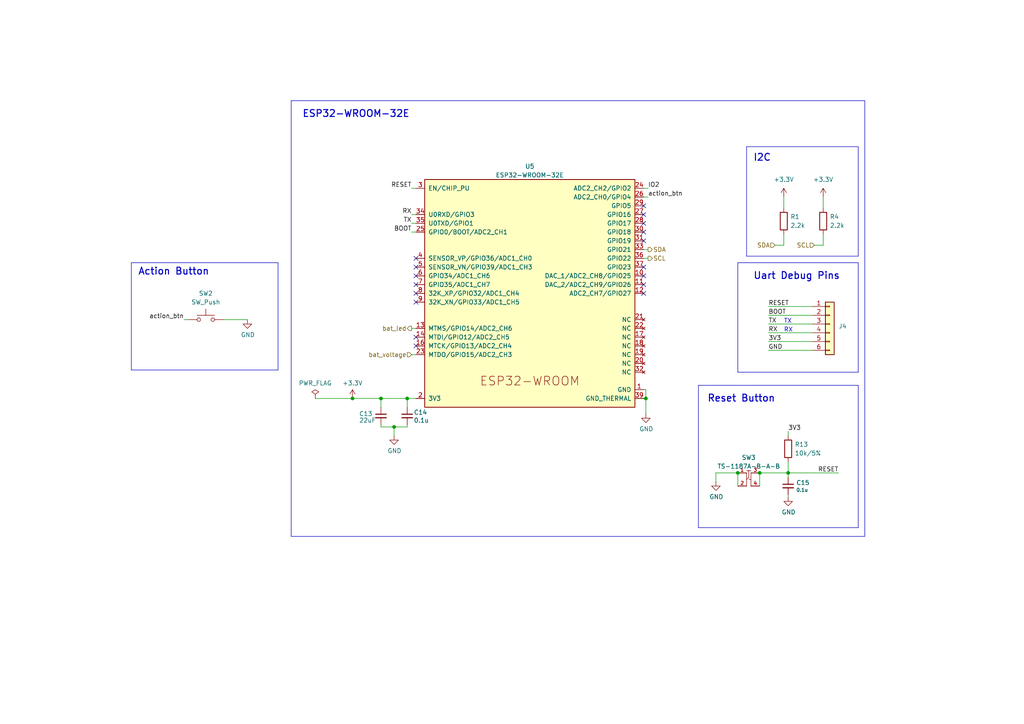
<source format=kicad_sch>
(kicad_sch (version 20230121) (generator eeschema)

  (uuid 1fa47478-381c-4a0f-acbe-a5a1ceab88b1)

  (paper "A4")

  (lib_symbols
    (symbol "0000:TS-1187A-B-A-B" (pin_names (offset 1.016)) (in_bom yes) (on_board yes)
      (property "Reference" "SW" (at -1.27 3.81 0)
        (effects (font (size 1.27 1.27)) (justify left bottom))
      )
      (property "Value" "TS-1187A-B-A-B" (at -9.525 -5.08 0)
        (effects (font (size 1.27 1.27)) (justify left top))
      )
      (property "Footprint" "0000:TS-1187A-B-A-B" (at 0.635 -8.89 0)
        (effects (font (size 1.27 1.27)) (justify bottom) hide)
      )
      (property "Datasheet" "" (at 0 1.27 0)
        (effects (font (size 1.27 1.27)) hide)
      )
      (symbol "TS-1187A-B-A-B_0_0"
        (pin passive line (at -3.175 1.27 0) (length 2.54)
          (name "" (effects (font (size 1.016 1.016))))
          (number "1" (effects (font (size 1.016 1.016))))
        )
        (pin passive line (at -3.175 -2.54 0) (length 2.54)
          (name "" (effects (font (size 1.016 1.016))))
          (number "2" (effects (font (size 1.016 1.016))))
        )
        (pin passive line (at 3.175 1.27 180) (length 2.54)
          (name "" (effects (font (size 1.016 1.016))))
          (number "3" (effects (font (size 1.016 1.016))))
        )
        (pin passive line (at 3.175 -2.54 180) (length 2.54)
          (name "" (effects (font (size 1.016 1.016))))
          (number "4" (effects (font (size 1.016 1.016))))
        )
      )
      (symbol "TS-1187A-B-A-B_0_1"
        (polyline
          (pts
            (xy -0.635 1.27)
            (xy -0.635 -2.54)
          )
          (stroke (width 0) (type default))
          (fill (type none))
        )
        (polyline
          (pts
            (xy -0.635 1.905)
            (xy 0.635 1.905)
          )
          (stroke (width 0) (type default))
          (fill (type none))
        )
        (polyline
          (pts
            (xy 0 0)
            (xy -0.635 -0.635)
          )
          (stroke (width 0) (type default))
          (fill (type none))
        )
        (polyline
          (pts
            (xy 0 0.635)
            (xy 0 0)
          )
          (stroke (width 0) (type default))
          (fill (type none))
        )
        (polyline
          (pts
            (xy 0 0.635)
            (xy 0 1.905)
          )
          (stroke (width 0) (type default))
          (fill (type none))
        )
        (polyline
          (pts
            (xy 0.635 -2.54)
            (xy 0.635 1.27)
          )
          (stroke (width 0) (type default))
          (fill (type none))
        )
        (polyline
          (pts
            (xy 0.635 -0.635)
            (xy 0 -0.635)
          )
          (stroke (width 0) (type default))
          (fill (type none))
        )
      )
    )
    (symbol "Connector_Generic:Conn_01x06" (pin_names (offset 1.016) hide) (in_bom yes) (on_board yes)
      (property "Reference" "J" (at 0 7.62 0)
        (effects (font (size 1.27 1.27)))
      )
      (property "Value" "Conn_01x06" (at 0 -10.16 0)
        (effects (font (size 1.27 1.27)))
      )
      (property "Footprint" "" (at 0 0 0)
        (effects (font (size 1.27 1.27)) hide)
      )
      (property "Datasheet" "~" (at 0 0 0)
        (effects (font (size 1.27 1.27)) hide)
      )
      (property "ki_keywords" "connector" (at 0 0 0)
        (effects (font (size 1.27 1.27)) hide)
      )
      (property "ki_description" "Generic connector, single row, 01x06, script generated (kicad-library-utils/schlib/autogen/connector/)" (at 0 0 0)
        (effects (font (size 1.27 1.27)) hide)
      )
      (property "ki_fp_filters" "Connector*:*_1x??_*" (at 0 0 0)
        (effects (font (size 1.27 1.27)) hide)
      )
      (symbol "Conn_01x06_1_1"
        (rectangle (start -1.27 -7.493) (end 0 -7.747)
          (stroke (width 0.1524) (type default))
          (fill (type none))
        )
        (rectangle (start -1.27 -4.953) (end 0 -5.207)
          (stroke (width 0.1524) (type default))
          (fill (type none))
        )
        (rectangle (start -1.27 -2.413) (end 0 -2.667)
          (stroke (width 0.1524) (type default))
          (fill (type none))
        )
        (rectangle (start -1.27 0.127) (end 0 -0.127)
          (stroke (width 0.1524) (type default))
          (fill (type none))
        )
        (rectangle (start -1.27 2.667) (end 0 2.413)
          (stroke (width 0.1524) (type default))
          (fill (type none))
        )
        (rectangle (start -1.27 5.207) (end 0 4.953)
          (stroke (width 0.1524) (type default))
          (fill (type none))
        )
        (rectangle (start -1.27 6.35) (end 1.27 -8.89)
          (stroke (width 0.254) (type default))
          (fill (type background))
        )
        (pin passive line (at -5.08 5.08 0) (length 3.81)
          (name "Pin_1" (effects (font (size 1.27 1.27))))
          (number "1" (effects (font (size 1.27 1.27))))
        )
        (pin passive line (at -5.08 2.54 0) (length 3.81)
          (name "Pin_2" (effects (font (size 1.27 1.27))))
          (number "2" (effects (font (size 1.27 1.27))))
        )
        (pin passive line (at -5.08 0 0) (length 3.81)
          (name "Pin_3" (effects (font (size 1.27 1.27))))
          (number "3" (effects (font (size 1.27 1.27))))
        )
        (pin passive line (at -5.08 -2.54 0) (length 3.81)
          (name "Pin_4" (effects (font (size 1.27 1.27))))
          (number "4" (effects (font (size 1.27 1.27))))
        )
        (pin passive line (at -5.08 -5.08 0) (length 3.81)
          (name "Pin_5" (effects (font (size 1.27 1.27))))
          (number "5" (effects (font (size 1.27 1.27))))
        )
        (pin passive line (at -5.08 -7.62 0) (length 3.81)
          (name "Pin_6" (effects (font (size 1.27 1.27))))
          (number "6" (effects (font (size 1.27 1.27))))
        )
      )
    )
    (symbol "Device:C_Small" (pin_numbers hide) (pin_names (offset 0.254) hide) (in_bom yes) (on_board yes)
      (property "Reference" "C" (at 0.254 1.778 0)
        (effects (font (size 1.27 1.27)) (justify left))
      )
      (property "Value" "C_Small" (at 0.254 -2.032 0)
        (effects (font (size 1.27 1.27)) (justify left))
      )
      (property "Footprint" "" (at 0 0 0)
        (effects (font (size 1.27 1.27)) hide)
      )
      (property "Datasheet" "~" (at 0 0 0)
        (effects (font (size 1.27 1.27)) hide)
      )
      (property "ki_keywords" "capacitor cap" (at 0 0 0)
        (effects (font (size 1.27 1.27)) hide)
      )
      (property "ki_description" "Unpolarized capacitor, small symbol" (at 0 0 0)
        (effects (font (size 1.27 1.27)) hide)
      )
      (property "ki_fp_filters" "C_*" (at 0 0 0)
        (effects (font (size 1.27 1.27)) hide)
      )
      (symbol "C_Small_0_1"
        (polyline
          (pts
            (xy -1.524 -0.508)
            (xy 1.524 -0.508)
          )
          (stroke (width 0.3302) (type default))
          (fill (type none))
        )
        (polyline
          (pts
            (xy -1.524 0.508)
            (xy 1.524 0.508)
          )
          (stroke (width 0.3048) (type default))
          (fill (type none))
        )
      )
      (symbol "C_Small_1_1"
        (pin passive line (at 0 2.54 270) (length 2.032)
          (name "~" (effects (font (size 1.27 1.27))))
          (number "1" (effects (font (size 1.27 1.27))))
        )
        (pin passive line (at 0 -2.54 90) (length 2.032)
          (name "~" (effects (font (size 1.27 1.27))))
          (number "2" (effects (font (size 1.27 1.27))))
        )
      )
    )
    (symbol "Device:R" (pin_numbers hide) (pin_names (offset 0)) (in_bom yes) (on_board yes)
      (property "Reference" "R" (at 2.032 0 90)
        (effects (font (size 1.27 1.27)))
      )
      (property "Value" "R" (at 0 0 90)
        (effects (font (size 1.27 1.27)))
      )
      (property "Footprint" "" (at -1.778 0 90)
        (effects (font (size 1.27 1.27)) hide)
      )
      (property "Datasheet" "~" (at 0 0 0)
        (effects (font (size 1.27 1.27)) hide)
      )
      (property "ki_keywords" "R res resistor" (at 0 0 0)
        (effects (font (size 1.27 1.27)) hide)
      )
      (property "ki_description" "Resistor" (at 0 0 0)
        (effects (font (size 1.27 1.27)) hide)
      )
      (property "ki_fp_filters" "R_*" (at 0 0 0)
        (effects (font (size 1.27 1.27)) hide)
      )
      (symbol "R_0_1"
        (rectangle (start -1.016 -2.54) (end 1.016 2.54)
          (stroke (width 0.254) (type default))
          (fill (type none))
        )
      )
      (symbol "R_1_1"
        (pin passive line (at 0 3.81 270) (length 1.27)
          (name "~" (effects (font (size 1.27 1.27))))
          (number "1" (effects (font (size 1.27 1.27))))
        )
        (pin passive line (at 0 -3.81 90) (length 1.27)
          (name "~" (effects (font (size 1.27 1.27))))
          (number "2" (effects (font (size 1.27 1.27))))
        )
      )
    )
    (symbol "Espressif:ESP32-WROOM-E" (pin_names (offset 1.016)) (in_bom yes) (on_board yes)
      (property "Reference" "U" (at -30.48 38.1 0)
        (effects (font (size 1.27 1.27)) (justify left))
      )
      (property "Value" "ESP32-WROOM-E" (at -30.48 35.56 0)
        (effects (font (size 1.27 1.27)) (justify left))
      )
      (property "Footprint" "Espressif:ESP32-WROOM-32E" (at 0 -38.1 0)
        (effects (font (size 1.27 1.27)) hide)
      )
      (property "Datasheet" "https://www.espressif.com/sites/default/files/documentation/esp32-wroom-32e_esp32-wroom-32ue_datasheet_en.pdf" (at 0 -35.56 0)
        (effects (font (size 1.27 1.27)) hide)
      )
      (property "ki_keywords" "ESP32" (at 0 0 0)
        (effects (font (size 1.27 1.27)) hide)
      )
      (property "ki_description" "ESP32-WROOM-32E integrates ESP32-D0WD-V3, with higher stability and safety performance." (at 0 0 0)
        (effects (font (size 1.27 1.27)) hide)
      )
      (symbol "ESP32-WROOM-E_0_1"
        (rectangle (start -30.48 33.02) (end 30.48 -33.02)
          (stroke (width 0.254) (type default))
          (fill (type background))
        )
      )
      (symbol "ESP32-WROOM-E_1_1"
        (text "ESP32-­WROOM­" (at 0 -25.4 0)
          (effects (font (size 2.54 2.54)))
        )
        (pin power_in line (at 33.02 -27.94 180) (length 2.54)
          (name "GND" (effects (font (size 1.27 1.27))))
          (number "1" (effects (font (size 1.27 1.27))))
        )
        (pin bidirectional line (at 33.02 5.08 180) (length 2.54)
          (name "DAC_1/ADC2_CH8/GPIO25" (effects (font (size 1.27 1.27))))
          (number "10" (effects (font (size 1.27 1.27))))
        )
        (pin bidirectional line (at 33.02 2.54 180) (length 2.54)
          (name "DAC_2/ADC2_CH9/GPIO26" (effects (font (size 1.27 1.27))))
          (number "11" (effects (font (size 1.27 1.27))))
        )
        (pin bidirectional line (at 33.02 0 180) (length 2.54)
          (name "ADC2_CH7/GPIO27" (effects (font (size 1.27 1.27))))
          (number "12" (effects (font (size 1.27 1.27))))
        )
        (pin bidirectional line (at -33.02 -10.16 0) (length 2.54)
          (name "MTMS/GPIO14/ADC2_CH6" (effects (font (size 1.27 1.27))))
          (number "13" (effects (font (size 1.27 1.27))))
        )
        (pin bidirectional line (at -33.02 -12.7 0) (length 2.54)
          (name "MTDI/GPIO12/ADC2_CH5" (effects (font (size 1.27 1.27))))
          (number "14" (effects (font (size 1.27 1.27))))
        )
        (pin passive line (at 33.02 -27.94 180) (length 2.54) hide
          (name "GND" (effects (font (size 1.27 1.27))))
          (number "15" (effects (font (size 1.27 1.27))))
        )
        (pin bidirectional line (at -33.02 -15.24 0) (length 2.54)
          (name "MTCK/GPIO13/ADC2_CH4" (effects (font (size 1.27 1.27))))
          (number "16" (effects (font (size 1.27 1.27))))
        )
        (pin no_connect line (at 33.02 -12.7 180) (length 2.54)
          (name "NC" (effects (font (size 1.27 1.27))))
          (number "17" (effects (font (size 1.27 1.27))))
        )
        (pin no_connect line (at 33.02 -15.24 180) (length 2.54)
          (name "NC" (effects (font (size 1.27 1.27))))
          (number "18" (effects (font (size 1.27 1.27))))
        )
        (pin no_connect line (at 33.02 -17.78 180) (length 2.54)
          (name "NC" (effects (font (size 1.27 1.27))))
          (number "19" (effects (font (size 1.27 1.27))))
        )
        (pin power_in line (at -33.02 -30.48 0) (length 2.54)
          (name "3V3" (effects (font (size 1.27 1.27))))
          (number "2" (effects (font (size 1.27 1.27))))
        )
        (pin no_connect line (at 33.02 -20.32 180) (length 2.54)
          (name "NC" (effects (font (size 1.27 1.27))))
          (number "20" (effects (font (size 1.27 1.27))))
        )
        (pin no_connect line (at 33.02 -7.62 180) (length 2.54)
          (name "NC" (effects (font (size 1.27 1.27))))
          (number "21" (effects (font (size 1.27 1.27))))
        )
        (pin no_connect line (at 33.02 -10.16 180) (length 2.54)
          (name "NC" (effects (font (size 1.27 1.27))))
          (number "22" (effects (font (size 1.27 1.27))))
        )
        (pin bidirectional line (at -33.02 -17.78 0) (length 2.54)
          (name "MTDO/GPIO15/ADC2_CH3" (effects (font (size 1.27 1.27))))
          (number "23" (effects (font (size 1.27 1.27))))
        )
        (pin bidirectional line (at 33.02 30.48 180) (length 2.54)
          (name "ADC2_CH2/GPIO2" (effects (font (size 1.27 1.27))))
          (number "24" (effects (font (size 1.27 1.27))))
        )
        (pin bidirectional line (at -33.02 17.78 0) (length 2.54)
          (name "GPIO0/BOOT/ADC2_CH1" (effects (font (size 1.27 1.27))))
          (number "25" (effects (font (size 1.27 1.27))))
        )
        (pin bidirectional line (at 33.02 27.94 180) (length 2.54)
          (name "ADC2_CH0/GPIO4" (effects (font (size 1.27 1.27))))
          (number "26" (effects (font (size 1.27 1.27))))
        )
        (pin bidirectional line (at 33.02 22.86 180) (length 2.54)
          (name "GPIO16" (effects (font (size 1.27 1.27))))
          (number "27" (effects (font (size 1.27 1.27))))
        )
        (pin bidirectional line (at 33.02 20.32 180) (length 2.54)
          (name "GPIO17" (effects (font (size 1.27 1.27))))
          (number "28" (effects (font (size 1.27 1.27))))
        )
        (pin bidirectional line (at 33.02 25.4 180) (length 2.54)
          (name "GPIO5" (effects (font (size 1.27 1.27))))
          (number "29" (effects (font (size 1.27 1.27))))
        )
        (pin input line (at -33.02 30.48 0) (length 2.54)
          (name "EN/CHIP_PU" (effects (font (size 1.27 1.27))))
          (number "3" (effects (font (size 1.27 1.27))))
        )
        (pin bidirectional line (at 33.02 17.78 180) (length 2.54)
          (name "GPIO18" (effects (font (size 1.27 1.27))))
          (number "30" (effects (font (size 1.27 1.27))))
        )
        (pin bidirectional line (at 33.02 15.24 180) (length 2.54)
          (name "GPIO19" (effects (font (size 1.27 1.27))))
          (number "31" (effects (font (size 1.27 1.27))))
        )
        (pin no_connect line (at 33.02 -22.86 180) (length 2.54)
          (name "NC" (effects (font (size 1.27 1.27))))
          (number "32" (effects (font (size 1.27 1.27))))
        )
        (pin bidirectional line (at 33.02 12.7 180) (length 2.54)
          (name "GPIO21" (effects (font (size 1.27 1.27))))
          (number "33" (effects (font (size 1.27 1.27))))
        )
        (pin bidirectional line (at -33.02 22.86 0) (length 2.54)
          (name "U0RXD/GPIO3" (effects (font (size 1.27 1.27))))
          (number "34" (effects (font (size 1.27 1.27))))
        )
        (pin bidirectional line (at -33.02 20.32 0) (length 2.54)
          (name "U0TXD/GPIO1" (effects (font (size 1.27 1.27))))
          (number "35" (effects (font (size 1.27 1.27))))
        )
        (pin bidirectional line (at 33.02 10.16 180) (length 2.54)
          (name "GPIO22" (effects (font (size 1.27 1.27))))
          (number "36" (effects (font (size 1.27 1.27))))
        )
        (pin bidirectional line (at 33.02 7.62 180) (length 2.54)
          (name "GPIO23" (effects (font (size 1.27 1.27))))
          (number "37" (effects (font (size 1.27 1.27))))
        )
        (pin passive line (at 33.02 -27.94 180) (length 2.54) hide
          (name "GND" (effects (font (size 1.27 1.27))))
          (number "38" (effects (font (size 1.27 1.27))))
        )
        (pin power_in line (at 33.02 -30.48 180) (length 2.54)
          (name "GND_THERMAL" (effects (font (size 1.27 1.27))))
          (number "39" (effects (font (size 1.27 1.27))))
        )
        (pin input line (at -33.02 10.16 0) (length 2.54)
          (name "SENSOR_VP/GPIO36/ADC1_CH0" (effects (font (size 1.27 1.27))))
          (number "4" (effects (font (size 1.27 1.27))))
        )
        (pin input line (at -33.02 7.62 0) (length 2.54)
          (name "SENSOR_VN/GPIO39/ADC1_CH3" (effects (font (size 1.27 1.27))))
          (number "5" (effects (font (size 1.27 1.27))))
        )
        (pin input line (at -33.02 5.08 0) (length 2.54)
          (name "GPIO34/ADC1_CH6" (effects (font (size 1.27 1.27))))
          (number "6" (effects (font (size 1.27 1.27))))
        )
        (pin input line (at -33.02 2.54 0) (length 2.54)
          (name "GPIO35/ADC1_CH7" (effects (font (size 1.27 1.27))))
          (number "7" (effects (font (size 1.27 1.27))))
        )
        (pin bidirectional line (at -33.02 0 0) (length 2.54)
          (name "32K_XP/GPIO32/ADC1_CH4" (effects (font (size 1.27 1.27))))
          (number "8" (effects (font (size 1.27 1.27))))
        )
        (pin bidirectional line (at -33.02 -2.54 0) (length 2.54)
          (name "32K_XN/GPIO33/ADC1_CH5" (effects (font (size 1.27 1.27))))
          (number "9" (effects (font (size 1.27 1.27))))
        )
      )
    )
    (symbol "Switch:SW_Push" (pin_numbers hide) (pin_names (offset 1.016) hide) (in_bom yes) (on_board yes)
      (property "Reference" "SW" (at 1.27 2.54 0)
        (effects (font (size 1.27 1.27)) (justify left))
      )
      (property "Value" "SW_Push" (at 0 -1.524 0)
        (effects (font (size 1.27 1.27)))
      )
      (property "Footprint" "" (at 0 5.08 0)
        (effects (font (size 1.27 1.27)) hide)
      )
      (property "Datasheet" "~" (at 0 5.08 0)
        (effects (font (size 1.27 1.27)) hide)
      )
      (property "ki_keywords" "switch normally-open pushbutton push-button" (at 0 0 0)
        (effects (font (size 1.27 1.27)) hide)
      )
      (property "ki_description" "Push button switch, generic, two pins" (at 0 0 0)
        (effects (font (size 1.27 1.27)) hide)
      )
      (symbol "SW_Push_0_1"
        (circle (center -2.032 0) (radius 0.508)
          (stroke (width 0) (type default))
          (fill (type none))
        )
        (polyline
          (pts
            (xy 0 1.27)
            (xy 0 3.048)
          )
          (stroke (width 0) (type default))
          (fill (type none))
        )
        (polyline
          (pts
            (xy 2.54 1.27)
            (xy -2.54 1.27)
          )
          (stroke (width 0) (type default))
          (fill (type none))
        )
        (circle (center 2.032 0) (radius 0.508)
          (stroke (width 0) (type default))
          (fill (type none))
        )
        (pin passive line (at -5.08 0 0) (length 2.54)
          (name "1" (effects (font (size 1.27 1.27))))
          (number "1" (effects (font (size 1.27 1.27))))
        )
        (pin passive line (at 5.08 0 180) (length 2.54)
          (name "2" (effects (font (size 1.27 1.27))))
          (number "2" (effects (font (size 1.27 1.27))))
        )
      )
    )
    (symbol "power:+3.3V" (power) (pin_names (offset 0)) (in_bom yes) (on_board yes)
      (property "Reference" "#PWR" (at 0 -3.81 0)
        (effects (font (size 1.27 1.27)) hide)
      )
      (property "Value" "+3.3V" (at 0 3.556 0)
        (effects (font (size 1.27 1.27)))
      )
      (property "Footprint" "" (at 0 0 0)
        (effects (font (size 1.27 1.27)) hide)
      )
      (property "Datasheet" "" (at 0 0 0)
        (effects (font (size 1.27 1.27)) hide)
      )
      (property "ki_keywords" "global power" (at 0 0 0)
        (effects (font (size 1.27 1.27)) hide)
      )
      (property "ki_description" "Power symbol creates a global label with name \"+3.3V\"" (at 0 0 0)
        (effects (font (size 1.27 1.27)) hide)
      )
      (symbol "+3.3V_0_1"
        (polyline
          (pts
            (xy -0.762 1.27)
            (xy 0 2.54)
          )
          (stroke (width 0) (type default))
          (fill (type none))
        )
        (polyline
          (pts
            (xy 0 0)
            (xy 0 2.54)
          )
          (stroke (width 0) (type default))
          (fill (type none))
        )
        (polyline
          (pts
            (xy 0 2.54)
            (xy 0.762 1.27)
          )
          (stroke (width 0) (type default))
          (fill (type none))
        )
      )
      (symbol "+3.3V_1_1"
        (pin power_in line (at 0 0 90) (length 0) hide
          (name "+3.3V" (effects (font (size 1.27 1.27))))
          (number "1" (effects (font (size 1.27 1.27))))
        )
      )
    )
    (symbol "power:GND" (power) (pin_names (offset 0)) (in_bom yes) (on_board yes)
      (property "Reference" "#PWR" (at 0 -6.35 0)
        (effects (font (size 1.27 1.27)) hide)
      )
      (property "Value" "GND" (at 0 -3.81 0)
        (effects (font (size 1.27 1.27)))
      )
      (property "Footprint" "" (at 0 0 0)
        (effects (font (size 1.27 1.27)) hide)
      )
      (property "Datasheet" "" (at 0 0 0)
        (effects (font (size 1.27 1.27)) hide)
      )
      (property "ki_keywords" "global power" (at 0 0 0)
        (effects (font (size 1.27 1.27)) hide)
      )
      (property "ki_description" "Power symbol creates a global label with name \"GND\" , ground" (at 0 0 0)
        (effects (font (size 1.27 1.27)) hide)
      )
      (symbol "GND_0_1"
        (polyline
          (pts
            (xy 0 0)
            (xy 0 -1.27)
            (xy 1.27 -1.27)
            (xy 0 -2.54)
            (xy -1.27 -1.27)
            (xy 0 -1.27)
          )
          (stroke (width 0) (type default))
          (fill (type none))
        )
      )
      (symbol "GND_1_1"
        (pin power_in line (at 0 0 270) (length 0) hide
          (name "GND" (effects (font (size 1.27 1.27))))
          (number "1" (effects (font (size 1.27 1.27))))
        )
      )
    )
    (symbol "power:PWR_FLAG" (power) (pin_numbers hide) (pin_names (offset 0) hide) (in_bom yes) (on_board yes)
      (property "Reference" "#FLG" (at 0 1.905 0)
        (effects (font (size 1.27 1.27)) hide)
      )
      (property "Value" "PWR_FLAG" (at 0 3.81 0)
        (effects (font (size 1.27 1.27)))
      )
      (property "Footprint" "" (at 0 0 0)
        (effects (font (size 1.27 1.27)) hide)
      )
      (property "Datasheet" "~" (at 0 0 0)
        (effects (font (size 1.27 1.27)) hide)
      )
      (property "ki_keywords" "flag power" (at 0 0 0)
        (effects (font (size 1.27 1.27)) hide)
      )
      (property "ki_description" "Special symbol for telling ERC where power comes from" (at 0 0 0)
        (effects (font (size 1.27 1.27)) hide)
      )
      (symbol "PWR_FLAG_0_0"
        (pin power_out line (at 0 0 90) (length 0)
          (name "pwr" (effects (font (size 1.27 1.27))))
          (number "1" (effects (font (size 1.27 1.27))))
        )
      )
      (symbol "PWR_FLAG_0_1"
        (polyline
          (pts
            (xy 0 0)
            (xy 0 1.27)
            (xy -1.016 1.905)
            (xy 0 2.54)
            (xy 1.016 1.905)
            (xy 0 1.27)
          )
          (stroke (width 0) (type default))
          (fill (type none))
        )
      )
    )
  )

  (junction (at 118.11 115.57) (diameter 0) (color 0 0 0 0)
    (uuid 1aba2520-1ab0-41b0-ba46-c6cb85f70d34)
  )
  (junction (at 213.995 137.16) (diameter 0) (color 0 0 0 0)
    (uuid 68dbae33-45ff-4634-9dd3-57ecedf542fa)
  )
  (junction (at 102.235 115.57) (diameter 0) (color 0 0 0 0)
    (uuid 7c547d86-811a-4015-90e9-bd396fc862c4)
  )
  (junction (at 228.6 137.16) (diameter 0) (color 0 0 0 0)
    (uuid 892ea4bd-f83f-4334-bb33-b75986439121)
  )
  (junction (at 220.345 137.16) (diameter 0) (color 0 0 0 0)
    (uuid 97338a1f-e2b1-42ee-be12-767c1547c446)
  )
  (junction (at 110.49 115.57) (diameter 0) (color 0 0 0 0)
    (uuid 9f4e3093-ba46-49e5-9cfb-a6c77ae900fa)
  )
  (junction (at 187.325 115.57) (diameter 0) (color 0 0 0 0)
    (uuid ac489f7b-928d-47d7-8da2-43aead7cd2a6)
  )
  (junction (at 114.3 123.825) (diameter 0) (color 0 0 0 0)
    (uuid eb2279f1-ceaa-411b-9c52-7ac91d383fc7)
  )

  (no_connect (at 120.65 87.63) (uuid 009bf131-b3a0-4bbd-855c-16604136c065))
  (no_connect (at 120.65 100.33) (uuid 09cb0413-9da8-40b7-9136-866f0d3f8d69))
  (no_connect (at 186.69 80.01) (uuid 0d8e4084-9f2c-44e6-b281-3e7d9a3d1083))
  (no_connect (at 186.69 62.23) (uuid 145f6a65-8830-433a-8169-ef204af491d9))
  (no_connect (at 186.69 85.09) (uuid 22c04950-71e3-432e-b538-c19a15f80103))
  (no_connect (at 186.69 59.69) (uuid 28283927-ce96-4615-9f9c-c130e6757953))
  (no_connect (at 120.65 85.09) (uuid 2b5c019c-cf4f-478f-b5eb-28171a952e0e))
  (no_connect (at 120.65 74.93) (uuid 480a4355-08ec-41b3-b76f-aa29f50fd080))
  (no_connect (at 120.65 97.79) (uuid 50453ecd-cb2e-4d57-b8e0-e48a08ae9664))
  (no_connect (at 186.69 69.85) (uuid 50a7ea95-1275-4671-b090-922be667f2d9))
  (no_connect (at 186.69 77.47) (uuid 5707ea83-9ad3-49b4-92ea-f026d1fdb544))
  (no_connect (at 186.69 82.55) (uuid 6b2cec79-2f51-4bbf-918b-c0ed86224b95))
  (no_connect (at 120.65 77.47) (uuid 8f234e84-2b8a-4847-ae8d-44697c576041))
  (no_connect (at 186.69 64.77) (uuid 9eb793ab-f483-431f-a764-101515a099fb))
  (no_connect (at 120.65 82.55) (uuid d9f1143f-72a7-4979-b3f1-8b771ffa0685))
  (no_connect (at 186.69 67.31) (uuid de58119e-b71b-4f55-b06a-2f9607f98926))
  (no_connect (at 120.65 80.01) (uuid eff221b5-2546-4c1a-865a-1d8889a3d40a))

  (wire (pts (xy 220.345 137.16) (xy 220.345 140.97))
    (stroke (width 0) (type default))
    (uuid 007ef386-1f97-4c7b-8d86-b3aaecbe5b04)
  )
  (wire (pts (xy 120.65 95.25) (xy 119.38 95.25))
    (stroke (width 0) (type default))
    (uuid 018881bc-1172-4e15-8f50-d5e0b6079426)
  )
  (polyline (pts (xy 202.565 111.76) (xy 248.92 111.76))
    (stroke (width 0) (type default))
    (uuid 030253f9-e98d-47af-8054-26d9cab0ecd7)
  )

  (wire (pts (xy 110.49 115.57) (xy 110.49 118.11))
    (stroke (width 0) (type default))
    (uuid 0467bdc7-e77a-4309-a5fe-08e8a3a39399)
  )
  (wire (pts (xy 236.22 71.12) (xy 238.76 71.12))
    (stroke (width 0) (type default))
    (uuid 053325db-bb98-4dd8-b38b-6c687b06d73e)
  )
  (polyline (pts (xy 250.825 29.21) (xy 250.825 155.575))
    (stroke (width 0) (type default))
    (uuid 069eb212-efc4-443d-b0a4-ef5db833a152)
  )

  (wire (pts (xy 114.3 123.825) (xy 118.11 123.825))
    (stroke (width 0) (type default))
    (uuid 0b779f41-ad74-48ac-b51d-0bb9f33b724f)
  )
  (wire (pts (xy 224.79 71.12) (xy 227.33 71.12))
    (stroke (width 0) (type default))
    (uuid 0dda4c1b-2ee1-4266-b7eb-50b00ecce4e4)
  )
  (polyline (pts (xy 248.92 111.76) (xy 248.92 153.035))
    (stroke (width 0) (type default))
    (uuid 17a6eb34-da14-40d1-bb08-32e1f2dbd1ec)
  )

  (wire (pts (xy 187.325 113.03) (xy 187.325 115.57))
    (stroke (width 0) (type default))
    (uuid 18ab0a14-e1c2-4bc6-91c8-91c378c0d02e)
  )
  (wire (pts (xy 118.11 115.57) (xy 120.65 115.57))
    (stroke (width 0) (type default))
    (uuid 209b7fa6-d30c-4c80-b91f-25bf2a610487)
  )
  (wire (pts (xy 119.38 54.61) (xy 120.65 54.61))
    (stroke (width 0) (type default))
    (uuid 23637369-b413-4b47-84ff-9b433a6e36b2)
  )
  (wire (pts (xy 119.38 102.87) (xy 120.65 102.87))
    (stroke (width 0) (type default))
    (uuid 31b146e2-6e38-4420-ae54-2f6b3bff0d7a)
  )
  (wire (pts (xy 91.44 115.57) (xy 102.235 115.57))
    (stroke (width 0) (type default))
    (uuid 32cb3e66-6ded-4b16-9de5-4b35f024e35d)
  )
  (polyline (pts (xy 213.995 107.95) (xy 213.995 76.2))
    (stroke (width 0) (type default))
    (uuid 36b82231-0020-4847-8cf7-5ad8457424e2)
  )

  (wire (pts (xy 227.33 71.12) (xy 227.33 67.945))
    (stroke (width 0) (type default))
    (uuid 3b9adbdc-851e-4502-a43f-6f9ee5cfedf9)
  )
  (polyline (pts (xy 216.535 74.295) (xy 248.92 74.295))
    (stroke (width 0) (type default))
    (uuid 3beb18f0-aa41-4938-b8de-4280b3f1e7a3)
  )
  (polyline (pts (xy 84.455 155.575) (xy 84.455 29.21))
    (stroke (width 0) (type default))
    (uuid 4082d760-f51d-45f8-866c-ed7816544f37)
  )

  (wire (pts (xy 235.585 88.9) (xy 222.885 88.9))
    (stroke (width 0) (type default))
    (uuid 444c9478-5901-491d-b843-4d5c7b4b1b1e)
  )
  (wire (pts (xy 187.96 54.61) (xy 186.69 54.61))
    (stroke (width 0) (type default))
    (uuid 45e27340-beb3-47df-8fd7-7bcf17cacd34)
  )
  (wire (pts (xy 238.76 71.12) (xy 238.76 67.945))
    (stroke (width 0) (type default))
    (uuid 461ff9d1-0e5f-42c0-8c16-43e50b4bf9cc)
  )
  (wire (pts (xy 235.585 96.52) (xy 222.885 96.52))
    (stroke (width 0) (type default))
    (uuid 4ad17bff-b26e-406b-9aab-5cca608b863a)
  )
  (wire (pts (xy 220.345 137.16) (xy 228.6 137.16))
    (stroke (width 0) (type default))
    (uuid 4ed27d5a-475d-43d8-9953-668c5822f490)
  )
  (wire (pts (xy 235.585 101.6) (xy 222.885 101.6))
    (stroke (width 0) (type default))
    (uuid 523876aa-9e1e-473a-8a02-8a7aa23f445b)
  )
  (wire (pts (xy 235.585 93.98) (xy 222.885 93.98))
    (stroke (width 0) (type default))
    (uuid 57ff60f0-f001-422b-b62f-78fc4d798715)
  )
  (wire (pts (xy 102.235 115.57) (xy 110.49 115.57))
    (stroke (width 0) (type default))
    (uuid 58ade545-3bd9-4b6a-abb9-32ccab47aa3c)
  )
  (wire (pts (xy 227.33 57.15) (xy 227.33 60.325))
    (stroke (width 0) (type default))
    (uuid 5d715256-f11c-4437-8bb8-bc0eb63a5003)
  )
  (wire (pts (xy 187.325 115.57) (xy 187.325 120.015))
    (stroke (width 0) (type default))
    (uuid 5d8962b8-df4d-40ed-b032-6eeaa890954b)
  )
  (polyline (pts (xy 202.565 153.035) (xy 202.565 111.76))
    (stroke (width 0) (type default))
    (uuid 5df20254-146d-405b-a838-9ace6d824351)
  )

  (wire (pts (xy 187.325 113.03) (xy 186.69 113.03))
    (stroke (width 0) (type default))
    (uuid 5f987f9d-a55e-4a31-8db4-00c9bad61a71)
  )
  (wire (pts (xy 213.995 137.16) (xy 213.995 140.97))
    (stroke (width 0) (type default))
    (uuid 5fb86e30-bbf1-45a7-a52e-ab129b029ced)
  )
  (polyline (pts (xy 84.455 29.21) (xy 250.825 29.21))
    (stroke (width 0) (type default))
    (uuid 606ba3df-46c4-4a98-9562-91f0bfc7b3a1)
  )

  (wire (pts (xy 119.38 62.23) (xy 120.65 62.23))
    (stroke (width 0) (type default))
    (uuid 635fe77c-2658-4075-ac60-c5af12ea0586)
  )
  (polyline (pts (xy 80.645 107.315) (xy 80.645 76.2))
    (stroke (width 0) (type default))
    (uuid 644f64a2-e09d-4ef4-9b4c-0dad573ebdaa)
  )

  (wire (pts (xy 238.76 57.15) (xy 238.76 60.325))
    (stroke (width 0) (type default))
    (uuid 72eae09d-e4fb-4bd8-a6b0-0442a3dd0069)
  )
  (wire (pts (xy 228.6 138.43) (xy 228.6 137.16))
    (stroke (width 0) (type default))
    (uuid 894de873-c3ae-4f1b-b330-8d002125c00f)
  )
  (wire (pts (xy 119.38 67.31) (xy 120.65 67.31))
    (stroke (width 0) (type default))
    (uuid 8c2ec80d-8392-482b-8baf-4913c8d932c1)
  )
  (wire (pts (xy 228.6 137.16) (xy 243.205 137.16))
    (stroke (width 0) (type default))
    (uuid 8e1c657c-e5cc-4fc6-89a1-b0a907397f9f)
  )
  (polyline (pts (xy 248.92 153.035) (xy 202.565 153.035))
    (stroke (width 0) (type default))
    (uuid 9473855d-458a-4866-ac92-7feecda69853)
  )

  (wire (pts (xy 119.38 64.77) (xy 120.65 64.77))
    (stroke (width 0) (type default))
    (uuid 95162c5b-7690-4378-b03a-6b49968bcfb8)
  )
  (wire (pts (xy 118.11 118.11) (xy 118.11 115.57))
    (stroke (width 0) (type default))
    (uuid 965376ae-88f1-43f3-97fe-5837f6b96369)
  )
  (wire (pts (xy 187.96 57.15) (xy 186.69 57.15))
    (stroke (width 0) (type default))
    (uuid 9fa90df6-73b6-46ee-8fa0-b36c627a808f)
  )
  (wire (pts (xy 187.325 115.57) (xy 186.69 115.57))
    (stroke (width 0) (type default))
    (uuid a30ab47a-dfce-4d2f-b052-0e9da07bcf2b)
  )
  (wire (pts (xy 235.585 91.44) (xy 222.885 91.44))
    (stroke (width 0) (type default))
    (uuid a5c25219-dd2a-4ffd-91cc-a0c04dab2054)
  )
  (wire (pts (xy 228.6 144.145) (xy 228.6 143.51))
    (stroke (width 0) (type default))
    (uuid a84dc192-aa09-44ac-a6c1-bc92b5476c5d)
  )
  (polyline (pts (xy 248.92 74.295) (xy 248.92 42.545))
    (stroke (width 0) (type default))
    (uuid b017ea3b-bcc2-4bc8-b1df-30fb9746f3f3)
  )

  (wire (pts (xy 228.6 125.095) (xy 228.6 126.365))
    (stroke (width 0) (type default))
    (uuid b7330642-9de8-4615-bc26-91fd1484864b)
  )
  (wire (pts (xy 207.645 137.16) (xy 213.995 137.16))
    (stroke (width 0) (type default))
    (uuid bde7122d-ac0a-4399-934b-0ab24821bf32)
  )
  (polyline (pts (xy 248.92 107.95) (xy 213.995 107.95))
    (stroke (width 0) (type default))
    (uuid be9c53a3-7d26-446a-96fc-fdb4ede6ac93)
  )
  (polyline (pts (xy 250.825 155.575) (xy 84.455 155.575))
    (stroke (width 0) (type default))
    (uuid c8486ad5-1aa2-44c1-9144-facdf7270f84)
  )

  (wire (pts (xy 235.585 99.06) (xy 222.885 99.06))
    (stroke (width 0) (type default))
    (uuid cf41b434-7144-4b1a-81e2-32eafe3b4c46)
  )
  (wire (pts (xy 228.6 133.985) (xy 228.6 137.16))
    (stroke (width 0) (type default))
    (uuid d35238e0-b2db-4f0a-b9bc-1d52d79a3008)
  )
  (wire (pts (xy 207.645 137.16) (xy 207.645 139.7))
    (stroke (width 0) (type default))
    (uuid dcd8f8bf-c989-4086-ab4d-ef398ba52444)
  )
  (wire (pts (xy 64.77 92.71) (xy 71.755 92.71))
    (stroke (width 0) (type default))
    (uuid dcec6669-b3f6-4e10-bca6-abf5e6f70f51)
  )
  (wire (pts (xy 110.49 115.57) (xy 118.11 115.57))
    (stroke (width 0) (type default))
    (uuid ddf46635-1a80-48fc-86db-6e5fd3e4e59d)
  )
  (wire (pts (xy 118.11 123.825) (xy 118.11 123.19))
    (stroke (width 0) (type default))
    (uuid de4ff4b6-4e80-4373-aef5-b70555ee00a3)
  )
  (wire (pts (xy 187.96 74.93) (xy 186.69 74.93))
    (stroke (width 0) (type default))
    (uuid dfa00762-2c1f-4e08-ab49-394e58f86d56)
  )
  (polyline (pts (xy 216.535 42.545) (xy 216.535 74.295))
    (stroke (width 0) (type default))
    (uuid e31abb87-5344-4565-9958-75a5ceb77df8)
  )

  (wire (pts (xy 114.3 126.365) (xy 114.3 123.825))
    (stroke (width 0) (type default))
    (uuid e33edc9d-958b-4b25-976a-bd99207d3e8b)
  )
  (polyline (pts (xy 248.92 42.545) (xy 216.535 42.545))
    (stroke (width 0) (type default))
    (uuid eb1efc75-e3a1-4e1f-a192-7bca0c763dc5)
  )

  (wire (pts (xy 110.49 123.19) (xy 110.49 123.825))
    (stroke (width 0) (type default))
    (uuid eb4eb71c-ad3d-4801-b94c-c55daf5443f0)
  )
  (wire (pts (xy 187.96 72.39) (xy 186.69 72.39))
    (stroke (width 0) (type default))
    (uuid ec60471a-2a20-4a3f-9c3d-3f5f56f4d28c)
  )
  (polyline (pts (xy 38.1 107.315) (xy 80.645 107.315))
    (stroke (width 0) (type default))
    (uuid ec7e29da-5544-466d-9a59-5d84fe240491)
  )

  (wire (pts (xy 110.49 123.825) (xy 114.3 123.825))
    (stroke (width 0) (type default))
    (uuid ee15a253-e2f7-448e-9e74-4e2f0bd28d66)
  )
  (polyline (pts (xy 213.995 76.2) (xy 248.92 76.2))
    (stroke (width 0) (type default))
    (uuid f688fd90-4194-488e-870f-d47d741f8290)
  )
  (polyline (pts (xy 38.1 76.2) (xy 38.1 107.315))
    (stroke (width 0) (type default))
    (uuid f75d1310-9b5f-45e4-a2f8-e80f66ffebd2)
  )
  (polyline (pts (xy 248.92 76.2) (xy 248.92 107.95))
    (stroke (width 0) (type default))
    (uuid fb2ddcaf-570a-4464-a5e7-7fa54c44b89f)
  )

  (wire (pts (xy 53.34 92.71) (xy 54.61 92.71))
    (stroke (width 0) (type default))
    (uuid fdd2a31b-86c5-4b99-bc0a-f7466f43d626)
  )
  (polyline (pts (xy 38.1 76.2) (xy 80.645 76.2))
    (stroke (width 0) (type default))
    (uuid fecbd9b9-6be0-4ce2-95d1-7e9a92b4ee11)
  )

  (text "Reset Button\n" (at 205.105 116.84 0)
    (effects (font (size 2 2) (thickness 0.3) bold) (justify left bottom))
    (uuid 33ef2711-5bde-455b-b97c-c9bb5787f90e)
  )
  (text "Uart Debug Pins\n" (at 218.44 81.28 0)
    (effects (font (size 2 2) (thickness 0.3) bold) (justify left bottom))
    (uuid 5584da75-6aa7-4069-acc9-c5165286c7d0)
  )
  (text "Action Button" (at 40.005 80.01 0)
    (effects (font (size 2 2) (thickness 0.3) bold) (justify left bottom))
    (uuid 5aca7613-2f6e-4a49-bf87-ccb2e947db44)
  )
  (text "RX" (at 227.33 96.52 0)
    (effects (font (size 1.27 1.27)) (justify left bottom))
    (uuid 8c68942c-faee-43e2-8d01-78c6f797f59c)
  )
  (text "ESP32-WROOM-32E" (at 87.63 34.29 0)
    (effects (font (size 2 2) (thickness 0.3) bold) (justify left bottom))
    (uuid 99941b0e-ac77-4326-8bda-afafd2aec8c2)
  )
  (text "I2C" (at 218.44 46.99 0)
    (effects (font (size 2 2) (thickness 0.3) bold) (justify left bottom))
    (uuid f118f72b-366e-4f3f-8da4-05386fc08309)
  )
  (text "TX" (at 227.33 93.98 0)
    (effects (font (size 1.27 1.27)) (justify left bottom))
    (uuid f330e943-c08d-457f-baef-9d69a377e5cf)
  )

  (label "RESET" (at 119.38 54.61 180) (fields_autoplaced)
    (effects (font (size 1.27 1.27)) (justify right bottom))
    (uuid 166e6f66-e110-48ab-a660-6c378eea27c4)
  )
  (label "TX" (at 222.885 93.98 0) (fields_autoplaced)
    (effects (font (size 1.27 1.27)) (justify left bottom))
    (uuid 1b7c4580-d3ae-41f0-bc70-6de8cc41f5a7)
  )
  (label "BOOT" (at 222.885 91.44 0) (fields_autoplaced)
    (effects (font (size 1.27 1.27)) (justify left bottom))
    (uuid 1c46ec32-03aa-41ef-af2a-335d4749ac08)
  )
  (label "3V3" (at 228.6 125.095 0) (fields_autoplaced)
    (effects (font (size 1.27 1.27)) (justify left bottom))
    (uuid 1c716e8b-4450-4376-9783-97eb4309c37f)
  )
  (label "IO2" (at 187.96 54.61 0) (fields_autoplaced)
    (effects (font (size 1.27 1.27)) (justify left bottom))
    (uuid 48c5493b-c3f3-4af5-a142-b05e3504f60d)
  )
  (label "GND" (at 222.885 101.6 0) (fields_autoplaced)
    (effects (font (size 1.27 1.27)) (justify left bottom))
    (uuid 4b0f61c4-e5dc-4e0d-be8d-081f75801632)
  )
  (label "3V3" (at 222.885 99.06 0) (fields_autoplaced)
    (effects (font (size 1.27 1.27)) (justify left bottom))
    (uuid 4c255970-c9cd-4c35-b583-f761781b74ca)
  )
  (label "TX" (at 119.38 64.77 180) (fields_autoplaced)
    (effects (font (size 1.27 1.27)) (justify right bottom))
    (uuid 89e98749-66fd-49bd-80e3-57e398142681)
  )
  (label "BOOT" (at 119.38 67.31 180) (fields_autoplaced)
    (effects (font (size 1.27 1.27)) (justify right bottom))
    (uuid 9192c53b-ae07-4f58-9316-a29dd6776a4c)
  )
  (label "RESET" (at 222.885 88.9 0) (fields_autoplaced)
    (effects (font (size 1.27 1.27)) (justify left bottom))
    (uuid a5fee3ec-52d5-4476-bf7f-26654fe2f20e)
  )
  (label "action_btn" (at 187.96 57.15 0) (fields_autoplaced)
    (effects (font (size 1.27 1.27)) (justify left bottom))
    (uuid b0d2fe4a-9938-462d-80ce-95d284ec4898)
  )
  (label "action_btn" (at 53.34 92.71 180) (fields_autoplaced)
    (effects (font (size 1.27 1.27)) (justify right bottom))
    (uuid dbc2bccd-2524-4b21-bde2-8b7d102a6be3)
  )
  (label "RESET" (at 243.205 137.16 180) (fields_autoplaced)
    (effects (font (size 1.27 1.27)) (justify right bottom))
    (uuid eb2fb610-2fdd-4de9-8c07-ae29ae45a58c)
  )
  (label "RX" (at 222.885 96.52 0) (fields_autoplaced)
    (effects (font (size 1.27 1.27)) (justify left bottom))
    (uuid f6262fcf-2aaf-40af-b97f-b6d61e60bb0c)
  )
  (label "RX" (at 119.38 62.23 180) (fields_autoplaced)
    (effects (font (size 1.27 1.27)) (justify right bottom))
    (uuid fc105fdc-9e16-44c6-9794-573df29a2286)
  )

  (hierarchical_label "SDA" (shape input) (at 224.79 71.12 180) (fields_autoplaced)
    (effects (font (size 1.27 1.27)) (justify right))
    (uuid 27ba2cf9-b1f7-4830-8467-558f424ddfc4)
  )
  (hierarchical_label "SCL" (shape output) (at 187.96 74.93 0) (fields_autoplaced)
    (effects (font (size 1.27 1.27)) (justify left))
    (uuid a272804c-a990-4d48-a636-c594f0bf3890)
  )
  (hierarchical_label "bat_led" (shape output) (at 119.38 95.25 180) (fields_autoplaced)
    (effects (font (size 1.27 1.27)) (justify right))
    (uuid a4f55759-0716-49e9-a54f-f2466718c536)
  )
  (hierarchical_label "SDA" (shape output) (at 187.96 72.39 0) (fields_autoplaced)
    (effects (font (size 1.27 1.27)) (justify left))
    (uuid c7efd3da-d2a7-408e-9c06-f4a6362d87aa)
  )
  (hierarchical_label "bat_voltage" (shape input) (at 119.38 102.87 180) (fields_autoplaced)
    (effects (font (size 1.27 1.27)) (justify right))
    (uuid d776155c-9a40-4940-994e-3f108824ab94)
  )
  (hierarchical_label "SCL" (shape input) (at 236.22 71.12 180) (fields_autoplaced)
    (effects (font (size 1.27 1.27)) (justify right))
    (uuid d7c8ed4c-8e1f-4afb-8659-dca8cb2a3150)
  )

  (symbol (lib_id "power:GND") (at 187.325 120.015 0) (unit 1)
    (in_bom yes) (on_board yes) (dnp no)
    (uuid 26f0af51-42a0-4dee-a4c3-f2321724cab2)
    (property "Reference" "#PWR036" (at 187.325 126.365 0)
      (effects (font (size 1.27 1.27)) hide)
    )
    (property "Value" "GND" (at 187.452 124.4092 0)
      (effects (font (size 1.27 1.27)))
    )
    (property "Footprint" "" (at 187.325 120.015 0)
      (effects (font (size 1.27 1.27)) hide)
    )
    (property "Datasheet" "" (at 187.325 120.015 0)
      (effects (font (size 1.27 1.27)) hide)
    )
    (pin "1" (uuid 3b5c4f42-7e31-46ad-b75a-19552866fbf3))
    (instances
      (project "Hapty"
        (path "/6956d5b6-c4e4-494f-ad33-929668a150f2/8ac2dff6-0792-4e75-a787-575cd7604dc2"
          (reference "#PWR036") (unit 1)
        )
      )
      (project "MoodLamp"
        (path "/e63e39d7-6ac0-4ffd-8aa3-1841a4541b55"
          (reference "#PWR06") (unit 1)
        )
      )
    )
  )

  (symbol (lib_id "0000:TS-1187A-B-A-B") (at 217.17 138.43 0) (unit 1)
    (in_bom yes) (on_board yes) (dnp no) (fields_autoplaced)
    (uuid 2b0cfb49-a417-4471-8c3a-2e7d1b2f8118)
    (property "Reference" "SW3" (at 217.17 132.715 0)
      (effects (font (size 1.27 1.27)))
    )
    (property "Value" "TS-1187A-B-A-B" (at 217.17 135.255 0)
      (effects (font (size 1.27 1.27)))
    )
    (property "Footprint" "0000:TS-1187A-B-A-B" (at 217.805 147.32 0)
      (effects (font (size 1.27 1.27)) (justify bottom) hide)
    )
    (property "Datasheet" "" (at 217.17 137.16 0)
      (effects (font (size 1.27 1.27)) hide)
    )
    (property "MPN" "TS-1187A-B-A-B" (at 217.17 138.43 0)
      (effects (font (size 1.27 1.27)) hide)
    )
    (pin "1" (uuid d9f9a214-27b8-4afd-b4a9-af477fe703ca))
    (pin "2" (uuid f9fbc706-140c-4346-a1c3-8db27340fbc0))
    (pin "3" (uuid 3383ed5f-c8e9-48c3-ac3f-284386ad511d))
    (pin "4" (uuid 0b820b6c-abc1-42de-9786-4d2985af53e3))
    (instances
      (project "Hapty"
        (path "/6956d5b6-c4e4-494f-ad33-929668a150f2/8ac2dff6-0792-4e75-a787-575cd7604dc2"
          (reference "SW3") (unit 1)
        )
      )
      (project "MoodLamp"
        (path "/e63e39d7-6ac0-4ffd-8aa3-1841a4541b55"
          (reference "SW1") (unit 1)
        )
      )
    )
  )

  (symbol (lib_id "power:+3.3V") (at 102.235 115.57 0) (unit 1)
    (in_bom yes) (on_board yes) (dnp no)
    (uuid 3b1a0bd5-5797-4a64-9caa-6b5e5a42573c)
    (property "Reference" "#PWR01" (at 102.235 119.38 0)
      (effects (font (size 1.27 1.27)) hide)
    )
    (property "Value" "+3.3V" (at 102.235 111.125 0)
      (effects (font (size 1.27 1.27)))
    )
    (property "Footprint" "" (at 102.235 115.57 0)
      (effects (font (size 1.27 1.27)) hide)
    )
    (property "Datasheet" "" (at 102.235 115.57 0)
      (effects (font (size 1.27 1.27)) hide)
    )
    (pin "1" (uuid 77da3ca7-0857-4508-8676-1bf04f425a33))
    (instances
      (project "Hapty"
        (path "/6956d5b6-c4e4-494f-ad33-929668a150f2/8ac2dff6-0792-4e75-a787-575cd7604dc2"
          (reference "#PWR01") (unit 1)
        )
      )
    )
  )

  (symbol (lib_id "power:GND") (at 114.3 126.365 0) (unit 1)
    (in_bom yes) (on_board yes) (dnp no)
    (uuid 4bc4715f-34ec-4af5-bdb3-a024b7ed15b7)
    (property "Reference" "#PWR035" (at 114.3 132.715 0)
      (effects (font (size 1.27 1.27)) hide)
    )
    (property "Value" "GND" (at 114.427 130.7592 0)
      (effects (font (size 1.27 1.27)))
    )
    (property "Footprint" "" (at 114.3 126.365 0)
      (effects (font (size 1.27 1.27)) hide)
    )
    (property "Datasheet" "" (at 114.3 126.365 0)
      (effects (font (size 1.27 1.27)) hide)
    )
    (pin "1" (uuid 9244cf40-7f9d-494a-9ba2-c15e01125f25))
    (instances
      (project "Hapty"
        (path "/6956d5b6-c4e4-494f-ad33-929668a150f2/8ac2dff6-0792-4e75-a787-575cd7604dc2"
          (reference "#PWR035") (unit 1)
        )
      )
      (project "MoodLamp"
        (path "/e63e39d7-6ac0-4ffd-8aa3-1841a4541b55"
          (reference "#PWR04") (unit 1)
        )
      )
    )
  )

  (symbol (lib_id "Device:C_Small") (at 228.6 140.97 0) (unit 1)
    (in_bom yes) (on_board yes) (dnp no)
    (uuid 75e937fd-7013-410b-9f51-68e7999c7717)
    (property "Reference" "C15" (at 230.9368 140.0048 0)
      (effects (font (size 1.27 1.27)) (justify left))
    )
    (property "Value" "0.1u" (at 230.9368 142.113 0)
      (effects (font (size 0.9906 0.9906)) (justify left))
    )
    (property "Footprint" "Capacitor_SMD:C_0603_1608Metric" (at 228.6 140.97 0)
      (effects (font (size 1.27 1.27)) hide)
    )
    (property "Datasheet" "~" (at 228.6 140.97 0)
      (effects (font (size 1.27 1.27)) hide)
    )
    (property "MPN" "CC0603KRX7R9BB104" (at 228.6 140.97 0)
      (effects (font (size 1.27 1.27)) hide)
    )
    (property "Vendor" "JLCPCB" (at 228.6 140.97 0)
      (effects (font (size 1.27 1.27)) hide)
    )
    (pin "1" (uuid 2c9c1542-fab3-4742-99cb-f572c09e839c))
    (pin "2" (uuid f8d70e33-6cf4-47dc-82d5-88e552c801b7))
    (instances
      (project "Hapty"
        (path "/6956d5b6-c4e4-494f-ad33-929668a150f2/8ac2dff6-0792-4e75-a787-575cd7604dc2"
          (reference "C15") (unit 1)
        )
      )
      (project "MoodLamp"
        (path "/e63e39d7-6ac0-4ffd-8aa3-1841a4541b55"
          (reference "C4") (unit 1)
        )
      )
    )
  )

  (symbol (lib_id "Espressif:ESP32-WROOM-E") (at 153.67 85.09 0) (unit 1)
    (in_bom yes) (on_board yes) (dnp no) (fields_autoplaced)
    (uuid 77f1c56d-342f-448a-9b7a-c2f2e71d4459)
    (property "Reference" "U5" (at 153.67 48.26 0)
      (effects (font (size 1.27 1.27)))
    )
    (property "Value" "ESP32-WROOM-32E" (at 153.67 50.8 0)
      (effects (font (size 1.27 1.27)))
    )
    (property "Footprint" "Espressif:ESP32-WROOM-32E" (at 153.67 123.19 0)
      (effects (font (size 1.27 1.27)) hide)
    )
    (property "Datasheet" "https://www.espressif.com/sites/default/files/documentation/esp32-wroom-32e_esp32-wroom-32ue_datasheet_en.pdf" (at 153.67 120.65 0)
      (effects (font (size 1.27 1.27)) hide)
    )
    (property "MPN" "ESP32-WROOM-32E-N4" (at 153.67 85.09 0)
      (effects (font (size 1.27 1.27)) hide)
    )
    (pin "1" (uuid 05933d86-4c7d-4b5a-a394-bf9e3ad0c0b5))
    (pin "10" (uuid c3dea7ed-b3d3-43f9-9525-58b8062042b8))
    (pin "11" (uuid 7320736f-11f8-41b8-9014-d88767d4a9a9))
    (pin "12" (uuid 09606bd8-30c8-40a8-932c-7a96d5834825))
    (pin "13" (uuid 8fca120e-9845-431d-be77-9fdfff437846))
    (pin "14" (uuid f8ce6e48-3a1e-4d26-bc6c-420f05653a5f))
    (pin "15" (uuid c1867d12-970a-4f73-acc5-4645082428ba))
    (pin "16" (uuid c3d3b553-1502-4443-a3a7-86b0bd4379a3))
    (pin "17" (uuid eddb505f-ebd1-4feb-9314-a382c297df53))
    (pin "18" (uuid 5b1dc310-92db-42c5-8227-ab7a776747cd))
    (pin "19" (uuid 58a9b9dd-43c0-4e47-9438-23740c1100ec))
    (pin "2" (uuid 767e3dec-662b-4221-849d-b18c5da756b9))
    (pin "20" (uuid 2076b3d9-bddf-4ed7-857d-821ea210b4e2))
    (pin "21" (uuid 87932fd1-8f0a-4336-a2d2-21ab9cd43910))
    (pin "22" (uuid 1d03ae3d-e20f-4bfd-b031-3a902538bc49))
    (pin "23" (uuid 1afae11f-5ac8-4ef5-89d1-cbfc775d6fee))
    (pin "24" (uuid dfef3fad-f3cb-460c-91c7-86eba7cd397d))
    (pin "25" (uuid 6b3ab10c-7ca2-4502-b72c-baaaaf9834e5))
    (pin "26" (uuid 9df8d783-689f-41f3-bd93-73e1f5d261a7))
    (pin "27" (uuid 20d13eb2-bb11-461f-9043-215570b147e3))
    (pin "28" (uuid 000c6055-777c-4eaf-8a72-7346d7dd8874))
    (pin "29" (uuid ed4c4268-7ece-4b03-833f-98a4c2f67c83))
    (pin "3" (uuid 84d85fe9-9a8b-45b1-8883-567a570a469f))
    (pin "30" (uuid 1369c3a1-bb20-46f9-81f3-8b50385f42e2))
    (pin "31" (uuid c18ab260-d5c6-4bbf-9a93-d460015239be))
    (pin "32" (uuid 7b684b66-67f2-4f2b-b85c-700681339e3a))
    (pin "33" (uuid ce6850d0-b925-4491-8fe8-93e3b000ecbf))
    (pin "34" (uuid b29c2aec-519d-4eb9-a836-2211e66e10c0))
    (pin "35" (uuid 63782476-9ba9-4b40-bb6b-bba99641bf31))
    (pin "36" (uuid da185c38-9600-4bee-b942-5c390a8740c4))
    (pin "37" (uuid 56e7ec97-62c9-4e20-bc21-01aa588f903f))
    (pin "38" (uuid a9b00e25-7c98-4887-a60b-28d7097c3b17))
    (pin "39" (uuid 91d2c3db-896f-4b35-ab1d-b05d15482684))
    (pin "4" (uuid 708d9fdc-27d6-4197-b1b8-21a0dae3cdb8))
    (pin "5" (uuid d7eb3e73-1ba4-4e28-8db3-f17f32de59a4))
    (pin "6" (uuid 6b1a6ffe-f043-44bf-828b-0788db3e2baf))
    (pin "7" (uuid da15a958-27db-40ce-8dd4-e3e3528ae460))
    (pin "8" (uuid 5a6810eb-133c-4ab5-947e-8d87e1d141f6))
    (pin "9" (uuid 5570ef7c-6fd1-4a1c-8fe1-e14b18b76f86))
    (instances
      (project "Hapty"
        (path "/6956d5b6-c4e4-494f-ad33-929668a150f2/8ac2dff6-0792-4e75-a787-575cd7604dc2"
          (reference "U5") (unit 1)
        )
      )
      (project "MoodLamp"
        (path "/e63e39d7-6ac0-4ffd-8aa3-1841a4541b55"
          (reference "U1") (unit 1)
        )
      )
    )
  )

  (symbol (lib_id "power:GND") (at 71.755 92.71 0) (unit 1)
    (in_bom yes) (on_board yes) (dnp no)
    (uuid 9333fd3f-b511-43c9-b69c-10ee1b7297b8)
    (property "Reference" "#PWR012" (at 71.755 99.06 0)
      (effects (font (size 1.27 1.27)) hide)
    )
    (property "Value" "GND" (at 71.882 97.1042 0)
      (effects (font (size 1.27 1.27)))
    )
    (property "Footprint" "" (at 71.755 92.71 0)
      (effects (font (size 1.27 1.27)) hide)
    )
    (property "Datasheet" "" (at 71.755 92.71 0)
      (effects (font (size 1.27 1.27)) hide)
    )
    (pin "1" (uuid 0b91f4b7-e5fa-43b1-8e35-0cd4d654e3f4))
    (instances
      (project "Hapty"
        (path "/6956d5b6-c4e4-494f-ad33-929668a150f2/8ac2dff6-0792-4e75-a787-575cd7604dc2"
          (reference "#PWR012") (unit 1)
        )
      )
    )
  )

  (symbol (lib_id "power:GND") (at 228.6 144.145 0) (unit 1)
    (in_bom yes) (on_board yes) (dnp no)
    (uuid 98345504-6d79-41f3-bd5c-c9e64478d465)
    (property "Reference" "#PWR038" (at 228.6 150.495 0)
      (effects (font (size 1.27 1.27)) hide)
    )
    (property "Value" "GND" (at 228.727 148.5392 0)
      (effects (font (size 1.27 1.27)))
    )
    (property "Footprint" "" (at 228.6 144.145 0)
      (effects (font (size 1.27 1.27)) hide)
    )
    (property "Datasheet" "" (at 228.6 144.145 0)
      (effects (font (size 1.27 1.27)) hide)
    )
    (pin "1" (uuid 054f3a54-01ba-4923-9b6e-82aaa3dca7c5))
    (instances
      (project "Hapty"
        (path "/6956d5b6-c4e4-494f-ad33-929668a150f2/8ac2dff6-0792-4e75-a787-575cd7604dc2"
          (reference "#PWR038") (unit 1)
        )
      )
      (project "MoodLamp"
        (path "/e63e39d7-6ac0-4ffd-8aa3-1841a4541b55"
          (reference "#PWR08") (unit 1)
        )
      )
    )
  )

  (symbol (lib_id "power:+3.3V") (at 227.33 57.15 0) (unit 1)
    (in_bom yes) (on_board yes) (dnp no)
    (uuid 9e587427-7212-4b7d-b97a-7c54db60cef3)
    (property "Reference" "#PWR07" (at 227.33 60.96 0)
      (effects (font (size 1.27 1.27)) hide)
    )
    (property "Value" "+3.3V" (at 227.33 52.07 0)
      (effects (font (size 1.27 1.27)))
    )
    (property "Footprint" "" (at 227.33 57.15 0)
      (effects (font (size 1.27 1.27)) hide)
    )
    (property "Datasheet" "" (at 227.33 57.15 0)
      (effects (font (size 1.27 1.27)) hide)
    )
    (pin "1" (uuid 7fe56dd9-470f-4ead-8b1c-8a85ce1cf85e))
    (instances
      (project "Hapty"
        (path "/6956d5b6-c4e4-494f-ad33-929668a150f2/8ac2dff6-0792-4e75-a787-575cd7604dc2"
          (reference "#PWR07") (unit 1)
        )
      )
    )
  )

  (symbol (lib_id "Switch:SW_Push") (at 59.69 92.71 0) (unit 1)
    (in_bom yes) (on_board yes) (dnp no) (fields_autoplaced)
    (uuid a2d50000-e0f6-4dda-84f9-4f0187dfbdfb)
    (property "Reference" "SW2" (at 59.69 85.09 0)
      (effects (font (size 1.27 1.27)))
    )
    (property "Value" "SW_Push" (at 59.69 87.63 0)
      (effects (font (size 1.27 1.27)))
    )
    (property "Footprint" "TS-1187A-B-A-B:SW_TS-1187A-B-A-B" (at 59.69 87.63 0)
      (effects (font (size 1.27 1.27)) hide)
    )
    (property "Datasheet" "~" (at 59.69 87.63 0)
      (effects (font (size 1.27 1.27)) hide)
    )
    (pin "1" (uuid cb6b3152-5ea0-4385-b948-e653cdc434c7))
    (pin "2" (uuid 77c93ff0-193f-4819-a933-22d162984dec))
    (instances
      (project "Hapty"
        (path "/6956d5b6-c4e4-494f-ad33-929668a150f2/8ac2dff6-0792-4e75-a787-575cd7604dc2"
          (reference "SW2") (unit 1)
        )
      )
    )
  )

  (symbol (lib_id "Device:C_Small") (at 110.49 120.65 0) (unit 1)
    (in_bom yes) (on_board yes) (dnp no)
    (uuid a61485fe-d37f-4955-8ca8-1a9b4349055e)
    (property "Reference" "C13" (at 104.14 120.015 0)
      (effects (font (size 1.27 1.27)) (justify left))
    )
    (property "Value" "22uF" (at 104.14 121.92 0)
      (effects (font (size 1.27 1.27)) (justify left))
    )
    (property "Footprint" "Capacitor_SMD:C_1206_3216Metric" (at 110.49 120.65 0)
      (effects (font (size 1.27 1.27)) hide)
    )
    (property "Datasheet" "~" (at 110.49 120.65 0)
      (effects (font (size 1.27 1.27)) hide)
    )
    (property "MPN" "CL31A226KPHNNNE" (at 110.49 120.65 0)
      (effects (font (size 1.27 1.27)) hide)
    )
    (property "Vendor" "JLCPCB" (at 110.49 120.65 0)
      (effects (font (size 1.27 1.27)) hide)
    )
    (pin "1" (uuid 9268a7d3-dfae-4df3-8430-47788be237f2))
    (pin "2" (uuid f9300408-13cd-400e-8759-109a007c94a4))
    (instances
      (project "Hapty"
        (path "/6956d5b6-c4e4-494f-ad33-929668a150f2/8ac2dff6-0792-4e75-a787-575cd7604dc2"
          (reference "C13") (unit 1)
        )
      )
      (project "MoodLamp"
        (path "/e63e39d7-6ac0-4ffd-8aa3-1841a4541b55/8fa9f40e-edb8-49d8-8f32-2ecbcb150ffb"
          (reference "C7") (unit 1)
        )
        (path "/e63e39d7-6ac0-4ffd-8aa3-1841a4541b55"
          (reference "C3") (unit 1)
        )
      )
    )
  )

  (symbol (lib_id "Device:R") (at 228.6 130.175 0) (unit 1)
    (in_bom yes) (on_board yes) (dnp no) (fields_autoplaced)
    (uuid b91829b5-91fb-4b7a-8c4a-3b4d51125b9e)
    (property "Reference" "R13" (at 230.505 128.9049 0)
      (effects (font (size 1.27 1.27)) (justify left))
    )
    (property "Value" "10k/5%" (at 230.505 131.4449 0)
      (effects (font (size 1.27 1.27)) (justify left))
    )
    (property "Footprint" "Resistor_SMD:R_0603_1608Metric" (at 226.822 130.175 90)
      (effects (font (size 1.27 1.27)) hide)
    )
    (property "Datasheet" "~" (at 228.6 130.175 0)
      (effects (font (size 1.27 1.27)) hide)
    )
    (property "MPN" "0603WAF1002T5E" (at 228.6 130.175 0)
      (effects (font (size 1.27 1.27)) hide)
    )
    (property "Vendor" "JLCPCB" (at 228.6 130.175 0)
      (effects (font (size 1.27 1.27)) hide)
    )
    (pin "1" (uuid 6af94432-54c5-4866-97fa-3a01da038a93))
    (pin "2" (uuid 3cef9c8f-4831-4f39-9abb-c9e36d969b55))
    (instances
      (project "Hapty"
        (path "/6956d5b6-c4e4-494f-ad33-929668a150f2/8ac2dff6-0792-4e75-a787-575cd7604dc2"
          (reference "R13") (unit 1)
        )
      )
      (project "MoodLamp"
        (path "/e63e39d7-6ac0-4ffd-8aa3-1841a4541b55"
          (reference "R1") (unit 1)
        )
      )
    )
  )

  (symbol (lib_id "Connector_Generic:Conn_01x06") (at 240.665 93.98 0) (unit 1)
    (in_bom yes) (on_board yes) (dnp no) (fields_autoplaced)
    (uuid c482bc55-da5b-4fa5-b9d9-6d46c1d11323)
    (property "Reference" "J4" (at 243.205 94.615 0)
      (effects (font (size 1.27 1.27)) (justify left))
    )
    (property "Value" "Conn_01x06" (at 243.205 97.155 0)
      (effects (font (size 1.27 1.27)) (justify left) hide)
    )
    (property "Footprint" "" (at 240.665 93.98 0)
      (effects (font (size 1.27 1.27)) hide)
    )
    (property "Datasheet" "~" (at 240.665 93.98 0)
      (effects (font (size 1.27 1.27)) hide)
    )
    (pin "1" (uuid 73ff674a-a139-432f-b490-6c8f510326ff))
    (pin "2" (uuid 673fa851-9394-4e35-addd-e3ab3d316c6d))
    (pin "3" (uuid 8f12ca29-3eb8-4a32-b2d0-071d16dfa3b0))
    (pin "4" (uuid adae5453-e1ac-485e-90b3-54a3b963be08))
    (pin "5" (uuid 48b089ed-6411-4916-ba3c-c062e96c5a2f))
    (pin "6" (uuid 6829e25a-1553-44d4-82c9-18407a262390))
    (instances
      (project "Hapty"
        (path "/6956d5b6-c4e4-494f-ad33-929668a150f2/8ac2dff6-0792-4e75-a787-575cd7604dc2"
          (reference "J4") (unit 1)
        )
      )
    )
  )

  (symbol (lib_id "power:+3.3V") (at 238.76 57.15 0) (unit 1)
    (in_bom yes) (on_board yes) (dnp no)
    (uuid d8e30f69-0fae-4afc-9090-6448dbe05712)
    (property "Reference" "#PWR08" (at 238.76 60.96 0)
      (effects (font (size 1.27 1.27)) hide)
    )
    (property "Value" "+3.3V" (at 238.76 52.07 0)
      (effects (font (size 1.27 1.27)))
    )
    (property "Footprint" "" (at 238.76 57.15 0)
      (effects (font (size 1.27 1.27)) hide)
    )
    (property "Datasheet" "" (at 238.76 57.15 0)
      (effects (font (size 1.27 1.27)) hide)
    )
    (pin "1" (uuid 7aac4b00-590e-4e45-9526-fea2b39f2b69))
    (instances
      (project "Hapty"
        (path "/6956d5b6-c4e4-494f-ad33-929668a150f2/8ac2dff6-0792-4e75-a787-575cd7604dc2"
          (reference "#PWR08") (unit 1)
        )
      )
    )
  )

  (symbol (lib_id "Device:R") (at 238.76 64.135 0) (unit 1)
    (in_bom yes) (on_board yes) (dnp no) (fields_autoplaced)
    (uuid e84d99fb-1027-4014-861d-7be977ca576e)
    (property "Reference" "R4" (at 240.665 62.8649 0)
      (effects (font (size 1.27 1.27)) (justify left))
    )
    (property "Value" "2.2k" (at 240.665 65.4049 0)
      (effects (font (size 1.27 1.27)) (justify left))
    )
    (property "Footprint" "Resistor_SMD:R_0603_1608Metric" (at 236.982 64.135 90)
      (effects (font (size 1.27 1.27)) hide)
    )
    (property "Datasheet" "~" (at 238.76 64.135 0)
      (effects (font (size 1.27 1.27)) hide)
    )
    (property "MPN" "0603WAF1002T5E" (at 238.76 64.135 0)
      (effects (font (size 1.27 1.27)) hide)
    )
    (property "Vendor" "JLCPCB" (at 238.76 64.135 0)
      (effects (font (size 1.27 1.27)) hide)
    )
    (pin "1" (uuid 1ba755a4-4aee-40f6-b11c-0d6d78b1b66e))
    (pin "2" (uuid 3d824358-55da-4f34-bca1-02f139fe1d8d))
    (instances
      (project "Hapty"
        (path "/6956d5b6-c4e4-494f-ad33-929668a150f2/8ac2dff6-0792-4e75-a787-575cd7604dc2"
          (reference "R4") (unit 1)
        )
      )
    )
  )

  (symbol (lib_id "power:GND") (at 207.645 139.7 0) (unit 1)
    (in_bom yes) (on_board yes) (dnp no)
    (uuid f8de0519-fa8c-44fa-ba2c-15df796c7537)
    (property "Reference" "#PWR037" (at 207.645 146.05 0)
      (effects (font (size 1.27 1.27)) hide)
    )
    (property "Value" "GND" (at 207.772 144.0942 0)
      (effects (font (size 1.27 1.27)))
    )
    (property "Footprint" "" (at 207.645 139.7 0)
      (effects (font (size 1.27 1.27)) hide)
    )
    (property "Datasheet" "" (at 207.645 139.7 0)
      (effects (font (size 1.27 1.27)) hide)
    )
    (pin "1" (uuid f47640f5-067f-4c58-8554-c6a4e56ebc05))
    (instances
      (project "Hapty"
        (path "/6956d5b6-c4e4-494f-ad33-929668a150f2/8ac2dff6-0792-4e75-a787-575cd7604dc2"
          (reference "#PWR037") (unit 1)
        )
      )
      (project "MoodLamp"
        (path "/e63e39d7-6ac0-4ffd-8aa3-1841a4541b55"
          (reference "#PWR07") (unit 1)
        )
      )
    )
  )

  (symbol (lib_id "Device:R") (at 227.33 64.135 0) (unit 1)
    (in_bom yes) (on_board yes) (dnp no) (fields_autoplaced)
    (uuid f9c292e5-c6ed-478b-b8e1-da89018080ce)
    (property "Reference" "R1" (at 229.235 62.8649 0)
      (effects (font (size 1.27 1.27)) (justify left))
    )
    (property "Value" "2.2k" (at 229.235 65.4049 0)
      (effects (font (size 1.27 1.27)) (justify left))
    )
    (property "Footprint" "Resistor_SMD:R_0603_1608Metric" (at 225.552 64.135 90)
      (effects (font (size 1.27 1.27)) hide)
    )
    (property "Datasheet" "~" (at 227.33 64.135 0)
      (effects (font (size 1.27 1.27)) hide)
    )
    (property "MPN" "0603WAF1002T5E" (at 227.33 64.135 0)
      (effects (font (size 1.27 1.27)) hide)
    )
    (property "Vendor" "JLCPCB" (at 227.33 64.135 0)
      (effects (font (size 1.27 1.27)) hide)
    )
    (pin "1" (uuid a53c6a34-499a-4ab4-8c9a-c956c2aa93e3))
    (pin "2" (uuid 106139c2-9130-4246-8837-8711057ba58b))
    (instances
      (project "Hapty"
        (path "/6956d5b6-c4e4-494f-ad33-929668a150f2/8ac2dff6-0792-4e75-a787-575cd7604dc2"
          (reference "R1") (unit 1)
        )
      )
    )
  )

  (symbol (lib_id "power:PWR_FLAG") (at 91.44 115.57 0) (unit 1)
    (in_bom yes) (on_board yes) (dnp no)
    (uuid fbe7f2ce-3154-478e-bfb6-00eba5a7440d)
    (property "Reference" "#FLG02" (at 91.44 113.665 0)
      (effects (font (size 1.27 1.27)) hide)
    )
    (property "Value" "PWR_FLAG" (at 91.44 111.125 0)
      (effects (font (size 1.27 1.27)))
    )
    (property "Footprint" "" (at 91.44 115.57 0)
      (effects (font (size 1.27 1.27)) hide)
    )
    (property "Datasheet" "~" (at 91.44 115.57 0)
      (effects (font (size 1.27 1.27)) hide)
    )
    (pin "1" (uuid 31fbbe13-7bf2-4117-91e5-24a363cc716a))
    (instances
      (project "Hapty"
        (path "/6956d5b6-c4e4-494f-ad33-929668a150f2/9d7551c4-2ace-4c7d-b440-35f584b50335/9310fd87-d382-44cd-9135-627033a36a9e"
          (reference "#FLG02") (unit 1)
        )
        (path "/6956d5b6-c4e4-494f-ad33-929668a150f2/9d7551c4-2ace-4c7d-b440-35f584b50335"
          (reference "#FLG02") (unit 1)
        )
        (path "/6956d5b6-c4e4-494f-ad33-929668a150f2/8ac2dff6-0792-4e75-a787-575cd7604dc2"
          (reference "#FLG01") (unit 1)
        )
      )
    )
  )

  (symbol (lib_id "Device:C_Small") (at 118.11 120.65 0) (unit 1)
    (in_bom yes) (on_board yes) (dnp no)
    (uuid fed84ff9-98d8-46ab-b5c7-27e35d4549bc)
    (property "Reference" "C14" (at 120.015 119.6086 0)
      (effects (font (size 1.27 1.27)) (justify left))
    )
    (property "Value" "0.1u" (at 120.015 121.92 0)
      (effects (font (size 1.27 1.27)) (justify left))
    )
    (property "Footprint" "Capacitor_SMD:C_0603_1608Metric" (at 118.11 120.65 0)
      (effects (font (size 1.27 1.27)) hide)
    )
    (property "Datasheet" "~" (at 118.11 120.65 0)
      (effects (font (size 1.27 1.27)) hide)
    )
    (property "MPN" "CC0603KRX7R9BB104" (at 118.11 120.65 0)
      (effects (font (size 1.27 1.27)) hide)
    )
    (property "Vendor" "JLCPCB" (at 118.11 120.65 0)
      (effects (font (size 1.27 1.27)) hide)
    )
    (pin "1" (uuid b3ca24d4-823b-46ea-9526-3f7bae33ec68))
    (pin "2" (uuid 7a3c2275-1c22-48c4-9879-f28009a12623))
    (instances
      (project "Hapty"
        (path "/6956d5b6-c4e4-494f-ad33-929668a150f2/8ac2dff6-0792-4e75-a787-575cd7604dc2"
          (reference "C14") (unit 1)
        )
      )
      (project "MoodLamp"
        (path "/e63e39d7-6ac0-4ffd-8aa3-1841a4541b55"
          (reference "C2") (unit 1)
        )
      )
    )
  )
)

</source>
